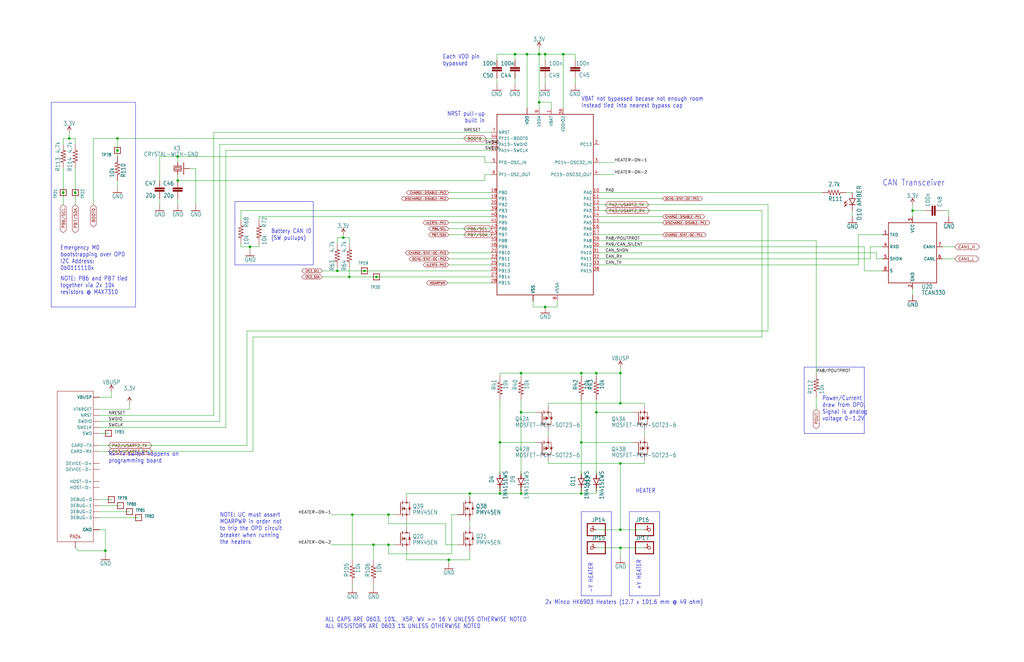
<source format=kicad_sch>
(kicad_sch (version 20230121) (generator eeschema)
  (paper "USLedger")
  (title_block (title "OreSat Battery Card - Microcontroller") (date "2023-12-02") (rev "3.1"))
  (junction (at 147.32 116.84))
  (junction (at 189.23 236.22))
  (junction (at 31.75 81.28))
  (junction (at 251.46 157.48))
  (junction (at 44.45 232.41))
  (junction (at 210.82 208.28))
  (junction (at 163.83 217.17))
  (junction (at 261.62 195.58))
  (junction (at 210.82 186.69))
  (junction (at 384.81 88.9))
  (junction (at 219.71 157.48))
  (junction (at 261.62 170.18))
  (junction (at 74.93 76.2))
  (junction (at 26.67 81.28))
  (junction (at 158.75 116.84))
  (junction (at 74.93 66.04))
  (junction (at 198.12 208.28))
  (junction (at 229.87 129.54))
  (junction (at 157.48 229.87))
  (junction (at 245.11 208.28))
  (junction (at 222.25 22.86))
  (junction (at 105.41 104.14))
  (junction (at 261.62 157.48))
  (junction (at 148.59 217.17))
  (junction (at 217.17 22.86))
  (junction (at 229.87 22.86))
  (junction (at 29.21 58.42))
  (junction (at 144.78 100.33))
  (junction (at 49.53 58.42))
  (junction (at 237.49 22.86))
  (junction (at 227.33 43.18))
  (junction (at 245.11 157.48))
  (junction (at 261.62 231.14))
  (junction (at 49.53 63.5))
  (junction (at 251.46 173.99))
  (junction (at 219.71 208.28))
  (junction (at 153.67 114.3))
  (junction (at 142.24 114.3))
  (junction (at 163.83 229.87))
  (junction (at 227.33 22.86))
  (junction (at 219.71 173.99))
  (junction (at 261.62 223.52))
  (junction (at 245.11 186.69))
  (wire (pts (xy 198.12 236.22) (xy 189.23 236.22)) (stroke (width 0.1524)))
  (wire (pts (xy 46.99 167.64) (xy 46.99 165.1)) (stroke (width 0.1524)))
  (wire (pts (xy 204.47 66.04) (xy 74.93 66.04)) (stroke (width 0.1524)))
  (wire (pts (xy 101.6 88.9) (xy 101.6 92.71)) (stroke (width 0.1524)))
  (wire (pts (xy 323.85 86.36) (xy 323.85 139.7)) (stroke (width 0.1524)))
  (wire (pts (xy 142.24 113.03) (xy 142.24 114.3)) (stroke (width 0.1524)))
  (wire (pts (xy 252.73 83.82) (xy 279.4 83.82)) (stroke (width 0.1524)))
  (wire (pts (xy 74.93 76.2) (xy 74.93 73.66)) (stroke (width 0.1524)))
  (wire (pts (xy 207.01 109.22) (xy 189.23 109.22)) (stroke (width 0.1524)))
  (wire (pts (xy 245.11 168.91) (xy 245.11 186.69)) (stroke (width 0.1524)))
  (wire (pts (xy 219.71 157.48) (xy 245.11 157.48)) (stroke (width 0.1524)))
  (wire (pts (xy 153.67 114.3) (xy 142.24 114.3)) (stroke (width 0.1524)))
  (wire (pts (xy 219.71 205.74) (xy 219.71 208.28)) (stroke (width 0.1524)))
  (wire (pts (xy 198.12 209.55) (xy 198.12 208.28)) (stroke (width 0.1524)))
  (wire (pts (xy 26.67 58.42) (xy 29.21 58.42)) (stroke (width 0.1524)))
  (wire (pts (xy 163.83 220.98) (xy 163.83 217.17)) (stroke (width 0.1524)))
  (wire (pts (xy 171.45 236.22) (xy 171.45 232.41)) (stroke (width 0.1524)))
  (wire (pts (xy 148.59 247.65) (xy 148.59 246.38)) (stroke (width 0.1524)))
  (wire (pts (xy 92.71 177.8) (xy 92.71 60.96)) (stroke (width 0.1524)))
  (wire (pts (xy 41.91 172.72) (xy 54.61 172.72)) (stroke (width 0.1524)))
  (polyline (pts (xy 132.08 111.76) (xy 99.06 111.76)) (stroke (width 0.1524) (type solid)))
  (wire (pts (xy 67.31 76.2) (xy 67.31 66.04)) (stroke (width 0.1524)))
  (wire (pts (xy 361.95 99.06) (xy 361.95 111.76)) (stroke (width 0.1524)))
  (wire (pts (xy 251.46 157.48) (xy 261.62 157.48)) (stroke (width 0.1524)))
  (polyline (pts (xy 57.15 43.18) (xy 21.59 43.18)) (stroke (width 0.1524) (type solid)))
  (wire (pts (xy 229.87 33.02) (xy 229.87 35.56)) (stroke (width 0.1524)))
  (wire (pts (xy 163.83 229.87) (xy 157.48 229.87)) (stroke (width 0.1524)))
  (wire (pts (xy 148.59 217.17) (xy 163.83 217.17)) (stroke (width 0.1524)))
  (wire (pts (xy 207.01 99.06) (xy 189.23 99.06)) (stroke (width 0.1524)))
  (wire (pts (xy 207.01 114.3) (xy 153.67 114.3)) (stroke (width 0.1524)))
  (wire (pts (xy 148.59 217.17) (xy 139.7 217.17)) (stroke (width 0.1524)))
  (wire (pts (xy 271.78 184.15) (xy 271.78 181.61)) (stroke (width 0.1524)))
  (wire (pts (xy 104.14 187.96) (xy 41.91 187.96)) (stroke (width 0.1524)))
  (wire (pts (xy 105.41 105.41) (xy 105.41 104.14)) (stroke (width 0.1524)))
  (wire (pts (xy 251.46 173.99) (xy 251.46 168.91)) (stroke (width 0.1524)))
  (wire (pts (xy 204.47 73.66) (xy 204.47 76.2)) (stroke (width 0.1524)))
  (wire (pts (xy 109.22 92.71) (xy 109.22 91.44)) (stroke (width 0.1524)))
  (wire (pts (xy 144.78 100.33) (xy 147.32 100.33)) (stroke (width 0.1524)))
  (polyline (pts (xy 132.08 85.09) (xy 132.08 111.76)) (stroke (width 0.1524) (type solid)))
  (wire (pts (xy 323.85 139.7) (xy 104.14 139.7)) (stroke (width 0.1524)))
  (wire (pts (xy 261.62 223.52) (xy 271.78 223.52)) (stroke (width 0.1524)))
  (wire (pts (xy 58.42 218.44) (xy 41.91 218.44)) (stroke (width 0.1524)))
  (wire (pts (xy 190.5 217.17) (xy 190.5 233.68)) (stroke (width 0.1524)))
  (wire (pts (xy 359.41 88.9) (xy 359.41 91.44)) (stroke (width 0.1524)))
  (wire (pts (xy 384.81 88.9) (xy 384.81 86.36)) (stroke (width 0.1524)))
  (wire (pts (xy 210.82 208.28) (xy 219.71 208.28)) (stroke (width 0.1524)))
  (polyline (pts (xy 265.43 251.46) (xy 278.13 251.46)) (stroke (width 0.1524) (type solid)))
  (wire (pts (xy 31.75 231.14) (xy 33.02 232.41)) (stroke (width 0.1524)))
  (wire (pts (xy 67.31 86.36) (xy 67.31 83.82)) (stroke (width 0.1524)))
  (polyline (pts (xy 364.49 182.88) (xy 364.49 154.94)) (stroke (width 0.1524) (type solid)))
  (wire (pts (xy 219.71 173.99) (xy 219.71 168.91)) (stroke (width 0.1524)))
  (wire (pts (xy 232.41 43.18) (xy 227.33 43.18)) (stroke (width 0.1524)))
  (wire (pts (xy 384.81 91.44) (xy 384.81 88.9)) (stroke (width 0.1524)))
  (wire (pts (xy 158.75 116.84) (xy 147.32 116.84)) (stroke (width 0.1524)))
  (wire (pts (xy 33.02 232.41) (xy 44.45 232.41)) (stroke (width 0.1524)))
  (wire (pts (xy 31.75 58.42) (xy 31.75 60.96)) (stroke (width 0.1524)))
  (wire (pts (xy 157.48 247.65) (xy 157.48 246.38)) (stroke (width 0.1524)))
  (wire (pts (xy 271.78 195.58) (xy 271.78 194.31)) (stroke (width 0.1524)))
  (wire (pts (xy 384.81 88.9) (xy 389.89 88.9)) (stroke (width 0.1524)))
  (wire (pts (xy 344.17 101.6) (xy 252.73 101.6)) (stroke (width 0.1524)))
  (wire (pts (xy 207.01 111.76) (xy 189.23 111.76)) (stroke (width 0.1524)))
  (wire (pts (xy 188.722 119.38) (xy 207.01 119.38)) (stroke (width 0.1524)))
  (wire (pts (xy 372.11 99.06) (xy 361.95 99.06)) (stroke (width 0.1524)))
  (wire (pts (xy 209.55 22.86) (xy 217.17 22.86)) (stroke (width 0.1524)))
  (wire (pts (xy 49.53 66.04) (xy 49.53 63.5)) (stroke (width 0.1524)))
  (wire (pts (xy 163.83 233.68) (xy 163.83 229.87)) (stroke (width 0.1524)))
  (wire (pts (xy 344.17 157.48) (xy 344.17 101.6)) (stroke (width 0.1524)))
  (wire (pts (xy 207.01 106.68) (xy 189.23 106.68)) (stroke (width 0.1524)))
  (wire (pts (xy 229.87 129.54) (xy 224.79 129.54)) (stroke (width 0.1524)))
  (wire (pts (xy 207.01 81.28) (xy 189.23 81.28)) (stroke (width 0.1524)))
  (polyline (pts (xy 257.81 251.46) (xy 257.81 215.9)) (stroke (width 0.1524) (type solid)))
  (wire (pts (xy 251.46 158.75) (xy 251.46 157.48)) (stroke (width 0.1524)))
  (wire (pts (xy 109.22 104.14) (xy 109.22 102.87)) (stroke (width 0.1524)))
  (wire (pts (xy 242.57 35.56) (xy 242.57 33.02)) (stroke (width 0.1524)))
  (wire (pts (xy 207.01 73.66) (xy 204.47 73.66)) (stroke (width 0.1524)))
  (wire (pts (xy 252.73 91.44) (xy 279.4 91.44)) (stroke (width 0.1524)))
  (wire (pts (xy 261.62 234.95) (xy 261.62 231.14)) (stroke (width 0.1524)))
  (wire (pts (xy 245.11 186.69) (xy 266.7 186.69)) (stroke (width 0.1524)))
  (wire (pts (xy 147.32 100.33) (xy 147.32 102.87)) (stroke (width 0.1524)))
  (polyline (pts (xy 257.81 215.9) (xy 245.11 215.9)) (stroke (width 0.1524) (type solid)))
  (polyline (pts (xy 278.13 215.9) (xy 265.43 215.9)) (stroke (width 0.1524) (type solid)))
  (wire (pts (xy 222.25 45.72) (xy 222.25 22.86)) (stroke (width 0.1524)))
  (wire (pts (xy 210.82 157.48) (xy 210.82 158.75)) (stroke (width 0.1524)))
  (wire (pts (xy 163.83 233.68) (xy 190.5 233.68)) (stroke (width 0.1524)))
  (wire (pts (xy 41.91 167.64) (xy 46.99 167.64)) (stroke (width 0.1524)))
  (wire (pts (xy 101.6 102.87) (xy 101.6 104.14)) (stroke (width 0.1524)))
  (wire (pts (xy 229.87 22.86) (xy 227.33 22.86)) (stroke (width 0.1524)))
  (wire (pts (xy 400.05 88.9) (xy 400.05 91.44)) (stroke (width 0.1524)))
  (wire (pts (xy 92.71 177.8) (xy 41.91 177.8)) (stroke (width 0.1524)))
  (wire (pts (xy 384.81 124.46) (xy 384.81 121.92)) (stroke (width 0.1524)))
  (polyline (pts (xy 278.13 251.46) (xy 278.13 215.9)) (stroke (width 0.1524) (type solid)))
  (wire (pts (xy 109.22 91.44) (xy 207.01 91.44)) (stroke (width 0.1524)))
  (wire (pts (xy 31.75 86.36) (xy 31.75 81.28)) (stroke (width 0.1524)))
  (wire (pts (xy 44.45 223.52) (xy 44.45 232.41)) (stroke (width 0.1524)))
  (wire (pts (xy 207.01 116.84) (xy 158.75 116.84)) (stroke (width 0.1524)))
  (wire (pts (xy 251.46 223.52) (xy 261.62 223.52)) (stroke (width 0.1524)))
  (wire (pts (xy 189.23 237.49) (xy 189.23 236.22)) (stroke (width 0.1524)))
  (wire (pts (xy 242.57 22.86) (xy 242.57 25.4)) (stroke (width 0.1524)))
  (wire (pts (xy 397.51 88.9) (xy 400.05 88.9)) (stroke (width 0.1524)))
  (wire (pts (xy 356.87 81.28) (xy 359.41 81.28)) (stroke (width 0.1524)))
  (wire (pts (xy 252.73 88.9) (xy 321.31 88.9)) (stroke (width 0.1524)))
  (wire (pts (xy 229.87 129.54) (xy 234.95 129.54)) (stroke (width 0.1524)))
  (wire (pts (xy 209.55 33.02) (xy 209.55 35.56)) (stroke (width 0.1524)))
  (wire (pts (xy 226.06 186.69) (xy 210.82 186.69)) (stroke (width 0.1524)))
  (wire (pts (xy 92.71 60.96) (xy 207.01 60.96)) (stroke (width 0.1524)))
  (wire (pts (xy 261.62 170.18) (xy 261.62 157.48)) (stroke (width 0.1524)))
  (wire (pts (xy 245.11 200.66) (xy 245.11 186.69)) (stroke (width 0.1524)))
  (wire (pts (xy 45.72 182.88) (xy 41.91 182.88)) (stroke (width 0.1524)))
  (wire (pts (xy 95.25 180.34) (xy 41.91 180.34)) (stroke (width 0.1524)))
  (wire (pts (xy 367.03 104.14) (xy 367.03 109.22)) (stroke (width 0.1524)))
  (wire (pts (xy 193.04 217.17) (xy 190.5 217.17)) (stroke (width 0.1524)))
  (polyline (pts (xy 339.09 154.94) (xy 339.09 182.88)) (stroke (width 0.1524) (type solid)))
  (polyline (pts (xy 245.11 251.46) (xy 257.81 251.46)) (stroke (width 0.1524) (type solid)))
  (wire (pts (xy 54.61 172.72) (xy 54.61 170.18)) (stroke (width 0.1524)))
  (wire (pts (xy 321.31 88.9) (xy 321.31 142.24)) (stroke (width 0.1524)))
  (wire (pts (xy 231.14 171.45) (xy 231.14 170.18)) (stroke (width 0.1524)))
  (wire (pts (xy 189.23 236.22) (xy 171.45 236.22)) (stroke (width 0.1524)))
  (wire (pts (xy 252.73 81.28) (xy 346.71 81.28)) (stroke (width 0.1524)))
  (wire (pts (xy 171.45 208.28) (xy 198.12 208.28)) (stroke (width 0.1524)))
  (wire (pts (xy 231.14 170.18) (xy 261.62 170.18)) (stroke (width 0.1524)))
  (wire (pts (xy 163.83 220.98) (xy 187.96 220.98)) (stroke (width 0.1524)))
  (wire (pts (xy 44.45 232.41) (xy 44.45 233.68)) (stroke (width 0.1524)))
  (wire (pts (xy 252.73 99.06) (xy 279.4 99.06)) (stroke (width 0.1524)))
  (wire (pts (xy 198.12 232.41) (xy 198.12 236.22)) (stroke (width 0.1524)))
  (wire (pts (xy 49.53 63.5) (xy 49.53 58.42)) (stroke (width 0.1524)))
  (wire (pts (xy 209.55 25.4) (xy 209.55 22.86)) (stroke (width 0.1524)))
  (wire (pts (xy 29.21 58.42) (xy 31.75 58.42)) (stroke (width 0.1524)))
  (wire (pts (xy 252.73 111.76) (xy 361.95 111.76)) (stroke (width 0.1524)))
  (wire (pts (xy 74.93 66.04) (xy 74.93 68.58)) (stroke (width 0.1524)))
  (wire (pts (xy 226.06 173.99) (xy 219.71 173.99)) (stroke (width 0.1524)))
  (wire (pts (xy 67.31 66.04) (xy 74.93 66.04)) (stroke (width 0.1524)))
  (wire (pts (xy 369.57 106.68) (xy 252.73 106.68)) (stroke (width 0.1524)))
  (wire (pts (xy 41.91 215.9) (xy 54.61 215.9)) (stroke (width 0.1524)))
  (wire (pts (xy 252.73 93.98) (xy 279.4 93.98)) (stroke (width 0.1524)))
  (wire (pts (xy 207.01 96.52) (xy 189.23 96.52)) (stroke (width 0.1524)))
  (wire (pts (xy 166.37 217.17) (xy 163.83 217.17)) (stroke (width 0.1524)))
  (wire (pts (xy 261.62 195.58) (xy 271.78 195.58)) (stroke (width 0.1524)))
  (polyline (pts (xy 99.06 111.76) (xy 99.06 85.09)) (stroke (width 0.1524) (type solid)))
  (wire (pts (xy 144.78 99.06) (xy 144.78 100.33)) (stroke (width 0.1524)))
  (wire (pts (xy 50.8 213.36) (xy 41.91 213.36)) (stroke (width 0.1524)))
  (wire (pts (xy 252.73 68.58) (xy 259.08 68.58)) (stroke (width 0.1524)))
  (wire (pts (xy 26.67 60.96) (xy 26.67 58.42)) (stroke (width 0.1524)))
  (wire (pts (xy 95.25 63.5) (xy 207.01 63.5)) (stroke (width 0.1524)))
  (wire (pts (xy 229.87 25.4) (xy 229.87 22.86)) (stroke (width 0.1524)))
  (wire (pts (xy 204.47 76.2) (xy 74.93 76.2)) (stroke (width 0.1524)))
  (wire (pts (xy 106.68 142.24) (xy 106.68 190.5)) (stroke (width 0.1524)))
  (wire (pts (xy 49.53 58.42) (xy 39.37 58.42)) (stroke (width 0.1524)))
  (wire (pts (xy 142.24 102.87) (xy 142.24 100.33)) (stroke (width 0.1524)))
  (wire (pts (xy 49.53 76.2) (xy 49.53 78.74)) (stroke (width 0.1524)))
  (polyline (pts (xy 21.59 129.54) (xy 57.15 129.54)) (stroke (width 0.1524) (type solid)))
  (wire (pts (xy 147.32 116.84) (xy 135.89 116.84)) (stroke (width 0.1524)))
  (wire (pts (xy 397.51 104.14) (xy 402.59 104.14)) (stroke (width 0.1524)))
  (wire (pts (xy 234.95 129.54) (xy 234.95 127)) (stroke (width 0.1524)))
  (wire (pts (xy 251.46 173.99) (xy 251.46 200.66)) (stroke (width 0.1524)))
  (wire (pts (xy 90.17 55.88) (xy 90.17 175.26)) (stroke (width 0.1524)))
  (wire (pts (xy 82.55 86.36) (xy 82.55 71.12)) (stroke (width 0.1524)))
  (wire (pts (xy 198.12 219.71) (xy 198.12 222.25)) (stroke (width 0.1524)))
  (wire (pts (xy 41.91 223.52) (xy 44.45 223.52)) (stroke (width 0.1524)))
  (wire (pts (xy 104.14 139.7) (xy 104.14 187.96)) (stroke (width 0.1524)))
  (wire (pts (xy 163.83 229.87) (xy 166.37 229.87)) (stroke (width 0.1524)))
  (wire (pts (xy 251.46 231.14) (xy 261.62 231.14)) (stroke (width 0.1524)))
  (wire (pts (xy 364.49 104.14) (xy 364.49 114.3)) (stroke (width 0.1524)))
  (wire (pts (xy 147.32 113.03) (xy 147.32 116.84)) (stroke (width 0.1524)))
  (wire (pts (xy 219.71 173.99) (xy 219.71 200.66)) (stroke (width 0.1524)))
  (wire (pts (xy 210.82 186.69) (xy 210.82 200.66)) (stroke (width 0.1524)))
  (wire (pts (xy 207.01 93.98) (xy 189.23 93.98)) (stroke (width 0.1524)))
  (wire (pts (xy 74.93 86.36) (xy 74.93 83.82)) (stroke (width 0.1524)))
  (wire (pts (xy 245.11 205.74) (xy 245.11 208.28)) (stroke (width 0.1524)))
  (wire (pts (xy 237.49 22.86) (xy 229.87 22.86)) (stroke (width 0.1524)))
  (wire (pts (xy 261.62 195.58) (xy 261.62 223.52)) (stroke (width 0.1524)))
  (wire (pts (xy 367.03 109.22) (xy 252.73 109.22)) (stroke (width 0.1524)))
  (wire (pts (xy 26.67 86.36) (xy 26.67 81.28)) (stroke (width 0.1524)))
  (wire (pts (xy 245.11 157.48) (xy 251.46 157.48)) (stroke (width 0.1524)))
  (wire (pts (xy 90.17 55.88) (xy 207.01 55.88)) (stroke (width 0.1524)))
  (wire (pts (xy 210.82 205.74) (xy 210.82 208.28)) (stroke (width 0.1524)))
  (wire (pts (xy 227.33 22.86) (xy 227.33 20.32)) (stroke (width 0.1524)))
  (wire (pts (xy 105.41 104.14) (xy 109.22 104.14)) (stroke (width 0.1524)))
  (wire (pts (xy 271.78 170.18) (xy 271.78 171.45)) (stroke (width 0.1524)))
  (wire (pts (xy 252.73 104.14) (xy 364.49 104.14)) (stroke (width 0.1524)))
  (wire (pts (xy 227.33 45.72) (xy 227.33 43.18)) (stroke (width 0.1524)))
  (wire (pts (xy 41.91 210.82) (xy 46.99 210.82)) (stroke (width 0.1524)))
  (wire (pts (xy 251.46 208.28) (xy 251.46 205.74)) (stroke (width 0.1524)))
  (wire (pts (xy 219.71 158.75) (xy 219.71 157.48)) (stroke (width 0.1524)))
  (wire (pts (xy 231.14 195.58) (xy 261.62 195.58)) (stroke (width 0.1524)))
  (wire (pts (xy 198.12 208.28) (xy 210.82 208.28)) (stroke (width 0.1524)))
  (wire (pts (xy 364.49 114.3) (xy 372.11 114.3)) (stroke (width 0.1524)))
  (wire (pts (xy 217.17 35.56) (xy 217.17 33.02)) (stroke (width 0.1524)))
  (wire (pts (xy 106.68 190.5) (xy 41.91 190.5)) (stroke (width 0.1524)))
  (wire (pts (xy 372.11 104.14) (xy 367.03 104.14)) (stroke (width 0.1524)))
  (wire (pts (xy 207.01 83.82) (xy 189.23 83.82)) (stroke (width 0.1524)))
  (wire (pts (xy 39.37 58.42) (xy 39.37 86.36)) (stroke (width 0.1524)))
  (wire (pts (xy 217.17 22.86) (xy 222.25 22.86)) (stroke (width 0.1524)))
  (wire (pts (xy 261.62 170.18) (xy 271.78 170.18)) (stroke (width 0.1524)))
  (wire (pts (xy 266.7 173.99) (xy 251.46 173.99)) (stroke (width 0.1524)))
  (wire (pts (xy 237.49 22.86) (xy 237.49 45.72)) (stroke (width 0.1524)))
  (wire (pts (xy 245.11 158.75) (xy 245.11 157.48)) (stroke (width 0.1524)))
  (polyline (pts (xy 57.15 129.54) (xy 57.15 43.18)) (stroke (width 0.1524) (type solid)))
  (wire (pts (xy 344.17 167.64) (xy 344.17 172.72)) (stroke (width 0.1524)))
  (wire (pts (xy 142.24 114.3) (xy 135.89 114.3)) (stroke (width 0.1524)))
  (polyline (pts (xy 245.11 215.9) (xy 245.11 251.46)) (stroke (width 0.1524) (type solid)))
  (wire (pts (xy 222.25 22.86) (xy 227.33 22.86)) (stroke (width 0.1524)))
  (wire (pts (xy 252.73 86.36) (xy 323.85 86.36)) (stroke (width 0.1524)))
  (wire (pts (xy 207.01 88.9) (xy 101.6 88.9)) (stroke (width 0.1524)))
  (wire (pts (xy 101.6 104.14) (xy 105.41 104.14)) (stroke (width 0.1524)))
  (polyline (pts (xy 99.06 85.09) (xy 132.08 85.09)) (stroke (width 0.1524) (type solid)))
  (wire (pts (xy 207.01 58.42) (xy 49.53 58.42)) (stroke (width 0.1524)))
  (polyline (pts (xy 265.43 215.9) (xy 265.43 251.46)) (stroke (width 0.1524) (type solid)))
  (wire (pts (xy 204.47 68.58) (xy 204.47 66.04)) (stroke (width 0.1524)))
  (wire (pts (xy 29.21 58.42) (xy 29.21 55.88)) (stroke (width 0.1524)))
  (wire (pts (xy 210.82 186.69) (xy 210.82 168.91)) (stroke (width 0.1524)))
  (wire (pts (xy 397.51 109.22) (xy 402.59 109.22)) (stroke (width 0.1524)))
  (wire (pts (xy 95.25 180.34) (xy 95.25 63.5)) (stroke (width 0.1524)))
  (polyline (pts (xy 339.09 182.88) (xy 364.49 182.88)) (stroke (width 0.1524) (type solid)))
  (wire (pts (xy 217.17 25.4) (xy 217.17 22.86)) (stroke (width 0.1524)))
  (wire (pts (xy 157.48 229.87) (xy 139.7 229.87)) (stroke (width 0.1524)))
  (wire (pts (xy 219.71 208.28) (xy 245.11 208.28)) (stroke (width 0.1524)))
  (wire (pts (xy 252.73 73.66) (xy 259.08 73.66)) (stroke (width 0.1524)))
  (wire (pts (xy 82.55 71.12) (xy 80.01 71.12)) (stroke (width 0.1524)))
  (wire (pts (xy 232.41 45.72) (xy 232.41 43.18)) (stroke (width 0.1524)))
  (wire (pts (xy 26.67 81.28) (xy 26.67 71.12)) (stroke (width 0.1524)))
  (wire (pts (xy 207.01 68.58) (xy 204.47 68.58)) (stroke (width 0.1524)))
  (wire (pts (xy 193.04 229.87) (xy 187.96 229.87)) (stroke (width 0.1524)))
  (wire (pts (xy 171.45 209.55) (xy 171.45 208.28)) (stroke (width 0.1524)))
  (wire (pts (xy 231.14 194.31) (xy 231.14 195.58)) (stroke (width 0.1524)))
  (wire (pts (xy 245.11 208.28) (xy 251.46 208.28)) (stroke (width 0.1524)))
  (wire (pts (xy 372.11 109.22) (xy 369.57 109.22)) (stroke (width 0.1524)))
  (wire (pts (xy 227.33 43.18) (xy 227.33 22.86)) (stroke (width 0.1524)))
  (wire (pts (xy 219.71 157.48) (xy 210.82 157.48)) (stroke (width 0.1524)))
  (wire (pts (xy 148.59 217.17) (xy 148.59 236.22)) (stroke (width 0.1524)))
  (wire (pts (xy 187.96 229.87) (xy 187.96 220.98)) (stroke (width 0.1524)))
  (wire (pts (xy 261.62 231.14) (xy 271.78 231.14)) (stroke (width 0.1524)))
  (wire (pts (xy 369.57 109.22) (xy 369.57 106.68)) (stroke (width 0.1524)))
  (wire (pts (xy 231.14 181.61) (xy 231.14 184.15)) (stroke (width 0.1524)))
  (wire (pts (xy 157.48 229.87) (xy 157.48 236.22)) (stroke (width 0.1524)))
  (wire (pts (xy 31.75 81.28) (xy 31.75 71.12)) (stroke (width 0.1524)))
  (wire (pts (xy 171.45 219.71) (xy 171.45 222.25)) (stroke (width 0.1524)))
  (wire (pts (xy 224.79 129.54) (xy 224.79 127)) (stroke (width 0.1524)))
  (wire (pts (xy 41.91 175.26) (xy 90.17 175.26)) (stroke (width 0.1524)))
  (wire (pts (xy 261.62 157.48) (xy 261.62 154.94)) (stroke (width 0.1524)))
  (wire (pts (xy 321.31 142.24) (xy 106.68 142.24)) (stroke (width 0.1524)))
  (polyline (pts (xy 364.49 154.94) (xy 339.09 154.94)) (stroke (width 0.1524) (type solid)))
  (wire (pts (xy 237.49 22.86) (xy 242.57 22.86)) (stroke (width 0.1524)))
  (polyline (pts (xy 21.59 43.18) (xy 21.59 129.54)) (stroke (width 0.1524) (type solid)))
  (wire (pts (xy 142.24 100.33) (xy 144.78 100.33)) (stroke (width 0.1524)))
  (text "HEATER" (at 267.97 208.28 0) (effects (font (size 1.778 1.5113)) (justify left bottom)))
  (text "NOTE: PB6 and PB7 tied\ntogether via 2x 10k\nresistors @ MAX7310~{}" (at 25.4 124.46 0) (effects (font (size 1.778 1.5113)) (justify left bottom)))
  (text "NOTE: UC must assert\nMOARPWR in order not\nto trip the OPD circuit\nbreaker when running\nthe heaters~{}" (at 92.71 229.87 0) (effects (font (size 1.778 1.5113)) (justify left bottom)))
  (text "CAN Transceiver" (at 372.11 78.74 0) (effects (font (size 2.54 2.159)) (justify left bottom)))
  (text "2x Minco HK6903 Heaters (12.7 x 101.6 mm @ 49 ohm)" (at 229.87 255.27 0) (effects (font (size 1.778 1.5113)) (justify left bottom)))
  (text "+Y HEATER" (at 270.51 236.22 90) (effects (font (size 1.778 1.5113)) (justify right bottom)))
  (text "Each VDD pin\nbypassed" (at 186.69 27.94 0) (effects (font (size 1.778 1.5113)) (justify left bottom)))
  (text "ALL CAPS ARE 0603, 10%,  X5R, WV >= 16 V UNLESS OTHERWISE NOTED\nALL RESISTORS ARE 0603 1% UNLESS OTHERWISE NOTED" (at 137.16 265.43 0) (effects (font (size 1.778 1.5113)) (justify left bottom)))
  (text "Battery CAN ID\n(SW pullups~{})" (at 114.3 101.6 0) (effects (font (size 1.778 1.5113)) (justify left bottom)))
  (text "-Y HEATER" (at 250.19 237.49 90) (effects (font (size 1.778 1.5113)) (justify right bottom)))
  (text "Rx-Tx switch happens on\nprogramming board" (at 45.72 195.58 0) (effects (font (size 1.778 1.5113)) (justify left bottom)))
  (text "Power/Current\ndraw from OPD.\nSignal is analog\nvoltage 0-1.2V" (at 346.71 177.8 0) (effects (font (size 1.778 1.5113)) (justify left bottom)))
  (text "NRST pull-up\nbuilt in" (at 204.47 52.07 0) (effects (font (size 1.778 1.5113)) (justify right bottom)))
  (text "VBAT not bypassed becase not enough room\ninstead tied into nearest bypass cap" (at 245.11 45.72 0) (effects (font (size 1.778 1.5113)) (justify left bottom)))
  (text "Emergency M0\nbootstrapping over OPD\nI2C Address:\n0b0111110x" (at 25.4 114.3 0) (effects (font (size 1.778 1.5113)) (justify left bottom)))
  (label "PA9/CAN_SILENT" (at 255.27 104.14 0) (effects (font (size 1.2446 1.2446))))
  (label "CAN_SHDN" (at 255.27 106.68 0) (effects (font (size 1.2446 1.2446))))
  (label "PA8/POUTPROT" (at 344.17 157.48 0) (effects (font (size 1.2446 1.2446))))
  (label "SWDIO" (at 45.72 177.8 0) (effects (font (size 1.2446 1.2446))))
  (label "CAN_RX" (at 255.27 109.22 0) (effects (font (size 1.2446 1.2446))))
  (label "NRESET" (at 195.58 55.88 0) (effects (font (size 1.2446 1.2446))))
  (label "PA0" (at 255.27 81.28 0) (effects (font (size 1.2446 1.2446))))
  (label "SWCLK" (at 204.47 63.5 0) (effects (font (size 1.2446 1.2446))))
  (label "HEATER-ON-1" (at 259.08 68.58 0) (effects (font (size 1.2446 1.2446))))
  (label "SWDIO" (at 204.47 60.96 0) (effects (font (size 1.2446 1.2446))))
  (label "SWCLK" (at 45.72 180.34 0) (effects (font (size 1.2446 1.2446))))
  (label "HEATER-ON-2" (at 259.08 73.66 0) (effects (font (size 1.2446 1.2446))))
  (label "CAN_TX" (at 255.27 111.76 0) (effects (font (size 1.2446 1.2446))))
  (label "NRESET" (at 45.72 175.26 0) (effects (font (size 1.2446 1.2446))))
  (label "HEATER-ON-2" (at 139.7 229.87 180) (effects (font (size 1.2446 1.2446))))
  (label "HEATER-ON-1" (at 139.7 217.17 180) (effects (font (size 1.2446 1.2446))))
  (label "PA8/POUTPROT" (at 255.27 101.6 0) (effects (font (size 1.2446 1.2446))))
  (global_label "PA3/USART2_RX" (shape bidirectional) (at 255.27 88.9 0) (effects (font (size 1.2446 1.2446))) (property "Intersheetrefs" "${INTERSHEET_REFS}" (effects hide)))
  (global_label "CAN1_H" (shape bidirectional) (at 402.59 104.14 0) (effects (font (size 1.2446 1.2446))) (property "Intersheetrefs" "${INTERSHEET_REFS}" (effects hide)))
  (global_label "PB7/SDA" (shape bidirectional) (at 31.75 86.36 270) (effects (font (size 1.2446 1.2446))) (property "Intersheetrefs" "${INTERSHEET_REFS}" (effects hide)))
  (global_label "DISCHARGE-DISABLE-PK1" (shape bidirectional) (at 279.4 93.98 0) (effects (font (size 0.889 0.889))) (property "Intersheetrefs" "${INTERSHEET_REFS}" (effects hide)))
  (global_label "PA3/USART2_RX" (shape bidirectional) (at 45.72 190.5 0) (effects (font (size 1.2446 1.2446))) (property "Intersheetrefs" "${INTERSHEET_REFS}" (effects hide)))
  (global_label "CHARGE-DISABLE-PK2" (shape bidirectional) (at 189.23 81.28 180) (effects (font (size 0.889 0.889))) (property "Intersheetrefs" "${INTERSHEET_REFS}" (effects hide)))
  (global_label "DCHG-STAT-OC-PK1" (shape bidirectional) (at 279.4 83.82 0) (effects (font (size 0.889 0.889))) (property "Intersheetrefs" "${INTERSHEET_REFS}" (effects hide)))
  (global_label "PB6/SCL" (shape bidirectional) (at 189.23 96.52 180) (effects (font (size 0.889 0.889))) (property "Intersheetrefs" "${INTERSHEET_REFS}" (effects hide)))
  (global_label "PA2/USART2_TX" (shape bidirectional) (at 45.72 187.96 0) (effects (font (size 1.2446 1.2446))) (property "Intersheetrefs" "${INTERSHEET_REFS}" (effects hide)))
  (global_label "CHARGE-STAT-OC-PK1" (shape bidirectional) (at 279.4 99.06 0) (effects (font (size 0.889 0.889))) (property "Intersheetrefs" "${INTERSHEET_REFS}" (effects hide)))
  (global_label "PB7/SDA" (shape bidirectional) (at 195.58 99.06 0) (effects (font (size 1.2446 1.2446))) (property "Intersheetrefs" "${INTERSHEET_REFS}" (effects hide)))
  (global_label "I2C2_SCL" (shape bidirectional) (at 135.89 114.3 180) (effects (font (size 0.889 0.889))) (property "Intersheetrefs" "${INTERSHEET_REFS}" (effects hide)))
  (global_label "BOOT0" (shape bidirectional) (at 195.58 58.42 0) (effects (font (size 1.2446 1.2446))) (property "Intersheetrefs" "${INTERSHEET_REFS}" (effects hide)))
  (global_label "I2C2_SDA" (shape bidirectional) (at 135.89 116.84 180) (effects (font (size 0.889 0.889))) (property "Intersheetrefs" "${INTERSHEET_REFS}" (effects hide)))
  (global_label "PB6/SCL" (shape bidirectional) (at 195.58 96.52 0) (effects (font (size 1.2446 1.2446))) (property "Intersheetrefs" "${INTERSHEET_REFS}" (effects hide)))
  (global_label "BOOT0" (shape bidirectional) (at 39.37 86.36 270) (effects (font (size 1.2446 1.2446))) (property "Intersheetrefs" "${INTERSHEET_REFS}" (effects hide)))
  (global_label "POUT" (shape bidirectional) (at 344.17 172.72 270) (effects (font (size 1.2446 1.2446))) (property "Intersheetrefs" "${INTERSHEET_REFS}" (effects hide)))
  (global_label "PB7/SDA" (shape bidirectional) (at 189.23 99.06 180) (effects (font (size 0.889 0.889))) (property "Intersheetrefs" "${INTERSHEET_REFS}" (effects hide)))
  (global_label "ALERTA-PK2" (shape bidirectional) (at 189.23 111.76 180) (effects (font (size 0.889 0.889))) (property "Intersheetrefs" "${INTERSHEET_REFS}" (effects hide)))
  (global_label "PA2/USART2_TX" (shape bidirectional) (at 255.27 86.36 0) (effects (font (size 1.2446 1.2446))) (property "Intersheetrefs" "${INTERSHEET_REFS}" (effects hide)))
  (global_label "PB6/SCL" (shape bidirectional) (at 26.67 86.36 270) (effects (font (size 1.2446 1.2446))) (property "Intersheetrefs" "${INTERSHEET_REFS}" (effects hide)))
  (global_label "DISCHARGE-DISABLE-PK2" (shape bidirectional) (at 189.23 83.82 180) (effects (font (size 0.889 0.889))) (property "Intersheetrefs" "${INTERSHEET_REFS}" (effects hide)))
  (global_label "CHARGE-DISABLE-PK1" (shape bidirectional) (at 279.4 91.44 0) (effects (font (size 0.889 0.889))) (property "Intersheetrefs" "${INTERSHEET_REFS}" (effects hide)))
  (global_label "MOARPWR" (shape bidirectional) (at 188.722 119.38 180) (effects (font (size 0.889 0.889))) (property "Intersheetrefs" "${INTERSHEET_REFS}" (effects hide)))
  (global_label "DCHG-STAT-OC-PK2" (shape bidirectional) (at 189.23 109.22 180) (effects (font (size 0.889 0.889))) (property "Intersheetrefs" "${INTERSHEET_REFS}" (effects hide)))
  (global_label "ALERTA-PK1" (shape bidirectional) (at 189.23 93.98 180) (effects (font (size 0.889 0.889))) (property "Intersheetrefs" "${INTERSHEET_REFS}" (effects hide)))
  (global_label "CHARGE-STAT-OC-PK2" (shape bidirectional) (at 189.23 106.68 180) (effects (font (size 0.889 0.889))) (property "Intersheetrefs" "${INTERSHEET_REFS}" (effects hide)))
  (global_label "CAN1_L" (shape bidirectional) (at 402.59 109.22 0) (effects (font (size 1.2446 1.2446))) (property "Intersheetrefs" "${INTERSHEET_REFS}" (effects hide)))
  (symbol (lib_id "oresat-batteries-eagle-import:TEST-POINT-LARGE-SQUARE") (at 31.75 81.28 0) (mirror y) (unit 1)
    (property "Reference" "TP22" (at 35.56 83.82 90) (effects (font (size 1.27 1.0795)) (justify left top)))
    (property "Value" "TEST-POINT-LARGE-SQUARE" (effects hide))
    (property "Footprint" "oresat-batteries:1X01" (effects hide))
  )
  (symbol (lib_id "oresat-batteries-eagle-import:R-US_0603-C-NOSILK") (at 147.32 107.95 90) (unit 1)
    (property "Reference" "R64" (at 146.05 114.3 0) (effects (font (size 1.778 1.5113)) (justify left bottom)))
    (property "Value" "4.7k" (at 146.05 106.68 0) (effects (font (size 1.778 1.5113)) (justify left bottom)))
    (property "Footprint" "oresat-batteries:.0603-C-NOSILK" (effects hide))
    (property "DIS" "Digi-Key" (effects hide))
    (property "DPN" "RR08P4.7KDCT-ND" (effects hide))
    (property "MFR" "TE Connectivity" (effects hide))
    (property "MPN" "RR0816P-472-D" (effects hide))
  )
  (symbol (lib_id "oresat-batteries-eagle-import:C-EU0603-C-NOSILK") (at 209.55 30.48 0) (mirror x) (unit 1)
    (property "Reference" "C50" (at 203.454 30.861 0) (effects (font (size 1.778 1.5113)) (justify left bottom)))
    (property "Value" "100n" (at 203.454 25.781 0) (effects (font (size 1.778 1.5113)) (justify left bottom)))
    (property "Footprint" "oresat-batteries:.0603-C-NOSILK" (effects hide))
    (property "DIS" "Digi-Key" (effects hide))
    (property "DPN" "399-1099-1-ND" (effects hide))
    (property "MFR" "Samsung" (effects hide))
    (property "MPN" "C0603C104M4RACTU" (effects hide))
  )
  (symbol (lib_id "oresat-batteries-eagle-import:supply1_GND") (at 44.45 236.22 0) (mirror y) (unit 1)
    (property "Reference" "#GND099" (effects hide))
    (property "Value" "GND" (at 46.99 238.76 0) (effects (font (size 1.778 1.5113)) (justify left bottom)))
  )
  (symbol (lib_id "oresat-batteries-eagle-import:DIODE-SOD323-R") (at 219.71 203.2 90) (mirror x) (unit 1)
    (property "Reference" "D9" (at 217.17 200.66 0) (effects (font (size 1.778 1.5113)) (justify left bottom)))
    (property "Value" "1N4151WS" (at 220.98 210.82 0) (effects (font (size 1.778 1.5113)) (justify right top)))
    (property "Footprint" "oresat-batteries:SOD323-R" (effects hide))
    (property "DIS" "Digi-Key" (effects hide))
    (property "DPN" "112-1N4151WS-E3-08CT-ND" (effects hide))
    (property "MFR" "Vishay" (effects hide))
    (property "MPN" "1N4151WS-E3-08" (effects hide))
  )
  (symbol (lib_id "oresat-batteries-eagle-import:C-EU0603-C-NOSILK") (at 242.57 30.48 180) (unit 1)
    (property "Reference" "C45" (at 244.094 32.639 0) (effects (font (size 1.778 1.5113)) (justify right top)))
    (property "Value" "100n" (at 248.666 25.781 0) (effects (font (size 1.778 1.5113)) (justify left bottom)))
    (property "Footprint" "oresat-batteries:.0603-C-NOSILK" (effects hide))
    (property "DIS" "Digi-Key" (effects hide))
    (property "DPN" "399-1099-1-ND" (effects hide))
    (property "MFR" "Samsung" (effects hide))
    (property "MPN" "C0603C104M4RACTU" (effects hide))
  )
  (symbol (lib_id "oresat-batteries-eagle-import:N-MOSFET-SOT-23-3") (at 195.58 227.33 0) (unit 1)
    (property "Reference" "Q21" (at 200.66 227.33 0) (effects (font (size 1.778 1.5113)) (justify left bottom)))
    (property "Value" "PMV45EN" (at 200.66 229.87 0) (effects (font (size 1.778 1.5113)) (justify left bottom)))
    (property "Footprint" "oresat-batteries:SOT23-3" (effects hide))
  )
  (symbol (lib_id "oresat-batteries-eagle-import:supply1_GND") (at 229.87 38.1 0) (unit 1)
    (property "Reference" "#GND094" (effects hide))
    (property "Value" "GND" (at 227.33 40.64 0) (effects (font (size 1.778 1.5113)) (justify left bottom)))
  )
  (symbol (lib_id "oresat-batteries-eagle-import:3.3V") (at 384.81 86.36 0) (mirror y) (unit 1)
    (property "Reference" "#SUPPLY012" (effects hide))
    (property "Value" "3.3V" (at 384.81 83.566 0) (effects (font (size 1.778 1.5113)) (justify bottom)))
  )
  (symbol (lib_id "oresat-batteries-eagle-import:TEST-POINT-LARGE-SQUARE") (at 26.67 81.28 0) (mirror y) (unit 1)
    (property "Reference" "TP21" (at 24.13 83.82 90) (effects (font (size 1.27 1.0795)) (justify left top)))
    (property "Value" "TEST-POINT-LARGE-SQUARE" (effects hide))
    (property "Footprint" "oresat-batteries:1X01" (effects hide))
  )
  (symbol (lib_id "oresat-batteries-eagle-import:N-MOSFET-SOT-23-3") (at 195.58 214.63 0) (unit 1)
    (property "Reference" "Q38" (at 200.66 214.63 0) (effects (font (size 1.778 1.5113)) (justify left bottom)))
    (property "Value" "PMV45EN" (at 200.66 217.17 0) (effects (font (size 1.778 1.5113)) (justify left bottom)))
    (property "Footprint" "oresat-batteries:SOT23-3" (effects hide))
  )
  (symbol (lib_id "oresat-batteries-eagle-import:R-US_0603-C-NOSILK") (at 344.17 162.56 90) (unit 1)
    (property "Reference" "R112" (at 342.6714 166.37 0) (effects (font (size 1.778 1.5113)) (justify left bottom)))
    (property "Value" "10k" (at 347.472 166.37 0) (effects (font (size 1.778 1.5113)) (justify left bottom)))
    (property "Footprint" "oresat-batteries:.0603-C-NOSILK" (effects hide))
    (property "DIS" "Digi-Key" (effects hide))
    (property "DPN" "311-10.0KHRCT-ND" (effects hide))
    (property "MFR" "Yageo" (effects hide))
    (property "MPN" "RC0603FR-0710KL" (effects hide))
  )
  (symbol (lib_id "oresat-batteries-eagle-import:R-US_0603-C-NOSILK") (at 101.6 97.79 270) (unit 1)
    (property "Reference" "R68" (at 102.87 91.44 0) (effects (font (size 1.778 1.5113)) (justify left bottom)))
    (property "Value" "10k" (at 102.87 99.06 0) (effects (font (size 1.778 1.5113)) (justify left bottom)))
    (property "Footprint" "oresat-batteries:.0603-C-NOSILK" (effects hide))
    (property "DIS" "Digi-Key" (effects hide))
    (property "DPN" "RR08P4.7KDCT-ND" (effects hide))
    (property "MFR" "TE Connectivity" (effects hide))
    (property "MPN" "RR0816P-472-D" (effects hide))
  )
  (symbol (lib_id "oresat-batteries-eagle-import:supply1_GND") (at 229.87 132.08 0) (mirror y) (unit 1)
    (property "Reference" "#GND088" (effects hide))
    (property "Value" "GND" (at 232.41 134.62 0) (effects (font (size 1.778 1.5113)) (justify left bottom)))
  )
  (symbol (lib_id "oresat-batteries-eagle-import:3.3V") (at 144.78 99.06 0) (mirror y) (unit 1)
    (property "Reference" "#SUPPLY03" (effects hide))
    (property "Value" "3.3V" (at 144.78 96.266 0) (effects (font (size 1.778 1.5113)) (justify bottom)))
  )
  (symbol (lib_id "oresat-batteries-eagle-import:TEST-POINT-LARGE-SQUARE") (at 158.75 116.84 0) (mirror y) (unit 1)
    (property "Reference" "TP20" (at 156.21 121.92 0) (effects (font (size 1.27 1.0795)) (justify right bottom)))
    (property "Value" "TEST-POINT-LARGE-SQUARE" (effects hide))
    (property "Footprint" "oresat-batteries:1X01" (effects hide))
  )
  (symbol (lib_id "oresat-batteries-eagle-import:supply1_GND") (at 82.55 88.9 0) (mirror y) (unit 1)
    (property "Reference" "#GND089" (effects hide))
    (property "Value" "GND" (at 85.09 91.44 0) (effects (font (size 1.778 1.5113)) (justify left bottom)))
  )
  (symbol (lib_id "oresat-batteries-eagle-import:VBUSP") (at 261.62 154.94 0) (unit 1)
    (property "Reference" "#VBUSP03" (effects hide))
    (property "Value" "VBUSP" (at 261.62 152.146 0) (effects (font (size 1.778 1.5113)) (justify bottom)))
  )
  (symbol (lib_id "oresat-batteries-eagle-import:VBUSP") (at 46.99 165.1 0) (unit 1)
    (property "Reference" "#VBUSP04" (effects hide))
    (property "Value" "VBUSP" (at 46.99 162.306 0) (effects (font (size 1.778 1.5113)) (justify bottom)))
  )
  (symbol (lib_id "oresat-batteries-eagle-import:N-MOSFET-SOT-23-3") (at 168.91 214.63 0) (unit 1)
    (property "Reference" "Q39" (at 173.99 214.63 0) (effects (font (size 1.778 1.5113)) (justify left bottom)))
    (property "Value" "PMV45EN" (at 173.99 217.17 0) (effects (font (size 1.778 1.5113)) (justify left bottom)))
    (property "Footprint" "oresat-batteries:SOT23-3" (effects hide))
  )
  (symbol (lib_id "oresat-batteries-eagle-import:C-EU0603-C-NOSILK") (at 67.31 78.74 0) (mirror y) (unit 1)
    (property "Reference" "C47" (at 65.786 78.359 0) (effects (font (size 1.778 1.5113)) (justify left bottom)))
    (property "Value" "20p" (at 65.786 83.439 0) (effects (font (size 1.778 1.5113)) (justify left bottom)))
    (property "Footprint" "oresat-batteries:.0603-C-NOSILK" (effects hide))
    (property "DIS" "Digi-Key" (effects hide))
    (property "DPN" "311-1424-1-ND" (effects hide))
    (property "MFR" "Yageo" (effects hide))
    (property "MPN" "CC0603JRNPO9BN200" (effects hide))
  )
  (symbol (lib_id "oresat-batteries-eagle-import:N-MOSFET-SOT-23-3") (at 168.91 227.33 0) (unit 1)
    (property "Reference" "Q20" (at 173.99 227.33 0) (effects (font (size 1.778 1.5113)) (justify left bottom)))
    (property "Value" "PMV45EN" (at 173.99 229.87 0) (effects (font (size 1.778 1.5113)) (justify left bottom)))
    (property "Footprint" "oresat-batteries:SOT23-3" (effects hide))
  )
  (symbol (lib_id "oresat-batteries-eagle-import:supply1_GND") (at 384.81 127 0) (mirror y) (unit 1)
    (property "Reference" "#GND093" (effects hide))
    (property "Value" "GND" (at 387.35 129.54 0) (effects (font (size 1.778 1.5113)) (justify left bottom)))
  )
  (symbol (lib_id "oresat-batteries-eagle-import:supply1_GND") (at 157.48 250.19 0) (mirror y) (unit 1)
    (property "Reference" "#GND031" (effects hide))
    (property "Value" "GND" (at 160.02 252.73 0) (effects (font (size 1.778 1.5113)) (justify left bottom)))
  )
  (symbol (lib_id "oresat-batteries-eagle-import:R-US_0603-C-NOSILK") (at 251.46 163.83 90) (mirror x) (unit 1)
    (property "Reference" "R43" (at 249.9614 160.02 0) (effects (font (size 1.778 1.5113)) (justify left bottom)))
    (property "Value" "10k" (at 254.762 160.02 0) (effects (font (size 1.778 1.5113)) (justify left bottom)))
    (property "Footprint" "oresat-batteries:.0603-C-NOSILK" (effects hide))
    (property "DIS" "Digi-Key" (effects hide))
    (property "DPN" "311-10.0KHRCT-ND" (effects hide))
    (property "MFR" "Yageo" (effects hide))
    (property "MPN" "RC0603FR-0710KL" (effects hide))
  )
  (symbol (lib_id "oresat-batteries-eagle-import:TCAN330") (at 384.81 106.68 0) (unit 1)
    (property "Reference" "U20" (at 388.62 121.92 0) (effects (font (size 1.778 1.5113)) (justify left bottom)))
    (property "Value" "TCAN330" (at 388.62 124.46 0) (effects (font (size 1.778 1.5113)) (justify left bottom)))
    (property "Footprint" "oresat-batteries:SOT23-8_TI-DCN" (effects hide))
    (property "DIS" "Digi-Key" (effects hide))
    (property "DPN" "296-44211-1-ND" (effects hide))
    (property "MFR" "Texas Instruments" (effects hide))
    (property "MPN" "TCAN330GDCNT" (effects hide))
  )
  (symbol (lib_id "oresat-batteries-eagle-import:C-EU0603-C-NOSILK") (at 217.17 30.48 0) (mirror x) (unit 1)
    (property "Reference" "C44" (at 211.074 30.861 0) (effects (font (size 1.778 1.5113)) (justify left bottom)))
    (property "Value" "100n" (at 211.074 25.781 0) (effects (font (size 1.778 1.5113)) (justify left bottom)))
    (property "Footprint" "oresat-batteries:.0603-C-NOSILK" (effects hide))
    (property "DIS" "Digi-Key" (effects hide))
    (property "DPN" "399-1099-1-ND" (effects hide))
    (property "MFR" "Samsung" (effects hide))
    (property "MPN" "C0603C104M4RACTU" (effects hide))
  )
  (symbol (lib_id "oresat-batteries-eagle-import:R-US_0603-C-NOSILK") (at 219.71 163.83 90) (mirror x) (unit 1)
    (property "Reference" "R40" (at 218.2114 160.02 0) (effects (font (size 1.778 1.5113)) (justify left bottom)))
    (property "Value" "10k" (at 223.012 160.02 0) (effects (font (size 1.778 1.5113)) (justify left bottom)))
    (property "Footprint" "oresat-batteries:.0603-C-NOSILK" (effects hide))
    (property "DIS" "Digi-Key" (effects hide))
    (property "DPN" "311-10.0KHRCT-ND" (effects hide))
    (property "MFR" "Yageo" (effects hide))
    (property "MPN" "RC0603FR-0710KL" (effects hide))
  )
  (symbol (lib_id "oresat-batteries-eagle-import:Q-MOSFET-PCH-dual-SOT23-6_MOSFET-PCH-SOT23-6") (at 228.6 176.53 0) (unit 1)
    (property "Reference" "Q42" (at 217.17 177.8 0) (effects (font (size 1.778 1.5113)) (justify left bottom)))
    (property "Value" "MOSFET-PCH-SOT23-6" (at 217.17 180.34 0) (effects (font (size 1.778 1.5113)) (justify left bottom)))
    (property "Footprint" "oresat-batteries:SOT23-6" (effects hide))
  )
  (symbol (lib_id "oresat-batteries-eagle-import:R-US_0603-C-NOSILK") (at 157.48 241.3 90) (mirror x) (unit 1)
    (property "Reference" "R106" (at 155.9814 237.49 0) (effects (font (size 1.778 1.5113)) (justify left bottom)))
    (property "Value" "10k" (at 160.782 237.49 0) (effects (font (size 1.778 1.5113)) (justify left bottom)))
    (property "Footprint" "oresat-batteries:.0603-C-NOSILK" (effects hide))
    (property "DIS" "Digi-Key" (effects hide))
    (property "DPN" "311-10.0KHRCT-ND" (effects hide))
    (property "MFR" "Yageo" (effects hide))
    (property "MPN" "RC0603FR-0710KL" (effects hide))
  )
  (symbol (lib_id "oresat-batteries-eagle-import:PINHD-1X1") (at 274.32 223.52 0) (unit 1)
    (property "Reference" "JP16" (at 267.97 220.345 0) (effects (font (size 1.778 1.5113)) (justify left bottom)))
    (property "Value" "PINHD-1X1" (effects hide))
    (property "Footprint" "oresat-batteries:1X01" (effects hide))
  )
  (symbol (lib_id "oresat-batteries-eagle-import:PINHD-1X1") (at 248.92 223.52 0) (mirror y) (unit 1)
    (property "Reference" "JP14" (at 255.27 220.345 0) (effects (font (size 1.778 1.5113)) (justify left bottom)))
    (property "Value" "PINHD-1X1" (effects hide))
    (property "Footprint" "oresat-batteries:1X01" (effects hide))
  )
  (symbol (lib_id "oresat-batteries-eagle-import:supply1_GND") (at 217.17 38.1 0) (unit 1)
    (property "Reference" "#GND095" (effects hide))
    (property "Value" "GND" (at 214.63 40.64 0) (effects (font (size 1.778 1.5113)) (justify left bottom)))
  )
  (symbol (lib_id "oresat-batteries-eagle-import:3.3V") (at 227.33 20.32 0) (mirror y) (unit 1)
    (property "Reference" "#SUPPLY011" (effects hide))
    (property "Value" "3.3V" (at 227.33 17.526 0) (effects (font (size 1.778 1.5113)) (justify bottom)))
  )
  (symbol (lib_id "oresat-batteries-eagle-import:supply1_GND") (at 67.31 88.9 0) (mirror y) (unit 1)
    (property "Reference" "#GND091" (effects hide))
    (property "Value" "GND" (at 69.85 91.44 0) (effects (font (size 1.778 1.5113)) (justify left bottom)))
  )
  (symbol (lib_id "oresat-batteries-eagle-import:PINHD-1X1") (at 248.92 231.14 0) (mirror y) (unit 1)
    (property "Reference" "JP15" (at 255.27 227.965 0) (effects (font (size 1.778 1.5113)) (justify left bottom)))
    (property "Value" "PINHD-1X1" (effects hide))
    (property "Footprint" "oresat-batteries:1X01" (effects hide))
  )
  (symbol (lib_id "oresat-batteries-eagle-import:STM32F091C") (at 229.87 86.36 0) (mirror y) (unit 1)
    (property "Reference" "U21" (effects hide))
    (property "Value" "STM32F091C" (effects hide))
    (property "Footprint" "oresat-batteries:STM32F091C" (effects hide))
    (property "DIS" "Digi-Key" (effects hide))
    (property "DPN" "497-17364-ND" (effects hide))
    (property "MFR" "STMicroelectronics" (effects hide))
    (property "MPN" "STM32F091CBT6" (effects hide))
  )
  (symbol (lib_id "oresat-batteries-eagle-import:R-US_0603-C-NOSILK") (at 26.67 66.04 90) (unit 1)
    (property "Reference" "R113" (at 25.4 72.39 0) (effects (font (size 1.778 1.5113)) (justify left bottom)))
    (property "Value" "4.7k" (at 25.4 64.77 0) (effects (font (size 1.778 1.5113)) (justify left bottom)))
    (property "Footprint" "oresat-batteries:.0603-C-NOSILK" (effects hide))
    (property "DIS" "Digi-Key" (effects hide))
    (property "DPN" "RR08P4.7KDCT-ND" (effects hide))
    (property "MFR" "TE Connectivity" (effects hide))
    (property "MPN" "RR0816P-472-D" (effects hide))
  )
  (symbol (lib_id "oresat-batteries-eagle-import:R-US_0603-C-NOSILK") (at 31.75 66.04 90) (unit 1)
    (property "Reference" "R114" (at 30.48 72.39 0) (effects (font (size 1.778 1.5113)) (justify left bottom)))
    (property "Value" "4.7k" (at 30.48 64.77 0) (effects (font (size 1.778 1.5113)) (justify left bottom)))
    (property "Footprint" "oresat-batteries:.0603-C-NOSILK" (effects hide))
    (property "DIS" "Digi-Key" (effects hide))
    (property "DPN" "RR08P4.7KDCT-ND" (effects hide))
    (property "MFR" "TE Connectivity" (effects hide))
    (property "MPN" "RR0816P-472-D" (effects hide))
  )
  (symbol (lib_id "oresat-batteries-eagle-import:supply1_GND") (at 148.59 250.19 0) (mirror y) (unit 1)
    (property "Reference" "#GND032" (effects hide))
    (property "Value" "GND" (at 151.13 252.73 0) (effects (font (size 1.778 1.5113)) (justify left bottom)))
  )
  (symbol (lib_id "oresat-batteries-eagle-import:3.3V") (at 54.61 170.18 0) (mirror y) (unit 1)
    (property "Reference" "#SUPPLY013" (effects hide))
    (property "Value" "3.3V" (at 54.61 164.846 0) (effects (font (size 1.778 1.5113)) (justify bottom)))
  )
  (symbol (lib_id "oresat-batteries-eagle-import:R-US_0603-C-NOSILK") (at 245.11 163.83 90) (mirror x) (unit 1)
    (property "Reference" "R42" (at 243.6114 160.02 0) (effects (font (size 1.778 1.5113)) (justify left bottom)))
    (property "Value" "10k" (at 248.412 160.02 0) (effects (font (size 1.778 1.5113)) (justify left bottom)))
    (property "Footprint" "oresat-batteries:.0603-C-NOSILK" (effects hide))
    (property "DIS" "Digi-Key" (effects hide))
    (property "DPN" "311-10.0KHRCT-ND" (effects hide))
    (property "MFR" "Yageo" (effects hide))
    (property "MPN" "RC0603FR-0710KL" (effects hide))
  )
  (symbol (lib_id "oresat-batteries-eagle-import:TEST-POINT-LARGE-SQUARE") (at 49.53 63.5 0) (mirror y) (unit 1)
    (property "Reference" "TP78" (at 46.99 66.04 0) (effects (font (size 1.27 1.0795)) (justify left bottom)))
    (property "Value" "TEST-POINT-LARGE-SQUARE" (effects hide))
    (property "Footprint" "oresat-batteries:1X01" (effects hide))
  )
  (symbol (lib_id "oresat-batteries-eagle-import:TEST-POINT-LARGE-SQUARE") (at 46.99 210.82 0) (mirror x) (unit 1)
    (property "Reference" "TP79" (at 49.53 209.55 0) (effects (font (size 1.27 1.0795)) (justify left bottom)))
    (property "Value" "TEST-POINT-LARGE-SQUARE" (effects hide))
    (property "Footprint" "oresat-batteries:1X01" (effects hide))
  )
  (symbol (lib_id "oresat-batteries-eagle-import:LED-GREEN0603") (at 359.41 83.82 0) (unit 1)
    (property "Reference" "D10" (at 361.315 93.218 90) (effects (font (size 1.778 1.778)) (justify left top)))
    (property "Value" "AMBER" (at 361.315 87.122 90) (effects (font (size 1.778 1.778)) (justify left top)))
    (property "Footprint" "oresat-batteries:LED-0603" (effects hide))
    (property "DIS" "Digi-Key" (effects hide))
    (property "DPN" "1830-1064-1-ND" (effects hide))
    (property "MFR" "Inolux" (effects hide))
    (property "MPN" "IN-S63AT5A" (effects hide))
  )
  (symbol (lib_id "oresat-batteries-eagle-import:3.3V") (at 29.21 55.88 0) (mirror y) (unit 1)
    (property "Reference" "#SUPPLY014" (effects hide))
    (property "Value" "3.3V" (at 29.21 53.086 0) (effects (font (size 1.778 1.5113)) (justify bottom)))
  )
  (symbol (lib_id "oresat-batteries-eagle-import:supply1_GND") (at 105.41 107.95 0) (mirror y) (unit 1)
    (property "Reference" "#GND030" (effects hide))
    (property "Value" "GND" (at 107.95 110.49 0) (effects (font (size 1.778 1.5113)) (justify left bottom)))
  )
  (symbol (lib_id "oresat-batteries-eagle-import:DIODE-SOD323-R") (at 251.46 203.2 90) (mirror x) (unit 1)
    (property "Reference" "D12" (at 248.92 200.66 0) (effects (font (size 1.778 1.5113)) (justify left bottom)))
    (property "Value" "1N4151WS" (at 252.73 210.82 0) (effects (font (size 1.778 1.5113)) (justify right top)))
    (property "Footprint" "oresat-batteries:SOD323-R" (effects hide))
    (property "DIS" "Digi-Key" (effects hide))
    (property "DPN" "112-1N4151WS-E3-08CT-ND" (effects hide))
    (property "MFR" "Vishay" (effects hide))
    (property "MPN" "1N4151WS-E3-08" (effects hide))
  )
  (symbol (lib_id "oresat-batteries-eagle-import:C-EU0603-C-NOSILK") (at 394.97 88.9 270) (mirror x) (unit 1)
    (property "Reference" "C48" (at 395.351 87.376 0) (effects (font (size 1.778 1.5113)) (justify left bottom)))
    (property "Value" "100n" (at 390.271 87.376 0) (effects (font (size 1.778 1.5113)) (justify left bottom)))
    (property "Footprint" "oresat-batteries:.0603-C-NOSILK" (effects hide))
    (property "DIS" "Digi-Key" (effects hide))
    (property "DPN" "399-1099-1-ND" (effects hide))
    (property "MFR" "Samsung" (effects hide))
    (property "MPN" "C0603C104M4RACTU" (effects hide))
  )
  (symbol (lib_id "oresat-batteries-eagle-import:R-US_0603-C-NOSILK") (at 351.79 81.28 180) (unit 1)
    (property "Reference" "R111" (at 349.25 84.8614 0) (effects (font (size 1.778 1.5113)) (justify right top)))
    (property "Value" "2.7k" (at 349.25 78.74 0) (effects (font (size 1.778 1.5113)) (justify right top)))
    (property "Footprint" "oresat-batteries:.0603-C-NOSILK" (effects hide))
    (property "DIS" "Digi-Key" (effects hide))
    (property "DPN" "A129693CT-ND" (effects hide))
    (property "MFR" "TE" (effects hide))
    (property "MPN" "CRGCQ0603F2K7" (effects hide))
  )
  (symbol (lib_id "oresat-batteries-eagle-import:DIODE-SOD323-R") (at 210.82 203.2 90) (mirror x) (unit 1)
    (property "Reference" "D4" (at 208.28 200.66 0) (effects (font (size 1.778 1.5113)) (justify left bottom)))
    (property "Value" "1N4151WS" (at 212.09 210.82 0) (effects (font (size 1.778 1.5113)) (justify right top)))
    (property "Footprint" "oresat-batteries:SOD323-R" (effects hide))
    (property "DIS" "Digi-Key" (effects hide))
    (property "DPN" "112-1N4151WS-E3-08CT-ND" (effects hide))
    (property "MFR" "Vishay" (effects hide))
    (property "MPN" "1N4151WS-E3-08" (effects hide))
  )
  (symbol (lib_id "oresat-batteries-eagle-import:TEST-POINT-LARGE-SQUARE") (at 153.67 114.3 0) (mirror y) (unit 1)
    (property "Reference" "TP19" (at 151.13 111.76 0) (effects (font (size 1.27 1.0795)) (justify right bottom)))
    (property "Value" "TEST-POINT-LARGE-SQUARE" (effects hide))
    (property "Footprint" "oresat-batteries:1X01" (effects hide))
  )
  (symbol (lib_id "oresat-batteries-eagle-import:CRYSTAL-WITH-GND") (at 74.93 71.12 90) (mirror x) (unit 1)
    (property "Reference" "X3" (at 76.2 63.5 90) (effects (font (size 1.778 1.5113)) (justify left bottom)))
    (property "Value" "CRYSTAL-WITH-GND" (at 83.82 66.04 90) (effects (font (size 1.778 1.5113)) (justify left bottom)))
    (property "Footprint" "oresat-batteries:CRYSTAL_2.5X2" (effects hide))
    (property "DIS" "Digi-Key" (effects hide))
    (property "DPN" "XC2181CT-ND" (effects hide))
    (property "MFR" "ECS Inc." (effects hide))
    (property "MPN" "ECS-160-10-36Q-ES-TR" (effects hide))
  )
  (symbol (lib_id "oresat-batteries-eagle-import:TEST-POINT-LARGE-SQUARE") (at 45.72 182.88 0) (mirror x) (unit 1)
    (property "Reference" "TP83" (at 48.26 181.61 0) (effects (font (size 1.27 1.0795)) (justify left bottom)))
    (property "Value" "TEST-POINT-LARGE-SQUARE" (effects hide))
    (property "Footprint" "oresat-batteries:1X01" (effects hide))
  )
  (symbol (lib_id "oresat-batteries-eagle-import:TEST-POINT-LARGE-SQUARE") (at 54.61 215.9 0) (mirror x) (unit 1)
    (property "Reference" "TP81" (at 57.15 214.63 0) (effects (font (size 1.27 1.0795)) (justify left bottom)))
    (property "Value" "TEST-POINT-LARGE-SQUARE" (effects hide))
    (property "Footprint" "oresat-batteries:1X01" (effects hide))
  )
  (symbol (lib_id "oresat-batteries-eagle-import:supply1_GND") (at 209.55 38.1 0) (unit 1)
    (property "Reference" "#GND0100" (effects hide))
    (property "Value" "GND" (at 207.01 40.64 0) (effects (font (size 1.778 1.5113)) (justify left bottom)))
  )
  (symbol (lib_id "oresat-batteries-eagle-import:Q-MOSFET-PCH-dual-SOT23-6_MOSFET-PCH-SOT23-6") (at 228.6 189.23 0) (unit 2)
    (property "Reference" "Q42" (at 217.17 190.5 0) (effects (font (size 1.778 1.5113)) (justify left bottom)))
    (property "Value" "MOSFET-PCH-SOT23-6" (at 217.17 193.04 0) (effects (font (size 1.778 1.5113)) (justify left bottom)))
    (property "Footprint" "oresat-batteries:SOT23-6" (effects hide))
  )
  (symbol (lib_id "oresat-batteries-eagle-import:supply1_GND") (at 189.23 240.03 0) (mirror y) (unit 1)
    (property "Reference" "#GND033" (effects hide))
    (property "Value" "GND" (at 191.77 242.57 0) (effects (font (size 1.778 1.5113)) (justify left bottom)))
  )
  (symbol (lib_id "oresat-batteries-eagle-import:TEST-POINT-LARGE-SQUARE") (at 50.8 213.36 0) (mirror x) (unit 1)
    (property "Reference" "TP80" (at 53.34 212.09 0) (effects (font (size 1.27 1.0795)) (justify left bottom)))
    (property "Value" "TEST-POINT-LARGE-SQUARE" (effects hide))
    (property "Footprint" "oresat-batteries:1X01" (effects hide))
  )
  (symbol (lib_id "oresat-batteries-eagle-import:R-US_0603-C-NOSILK") (at 148.59 241.3 90) (mirror x) (unit 1)
    (property "Reference" "R105" (at 147.0914 237.49 0) (effects (font (size 1.778 1.5113)) (justify left bottom)))
    (property "Value" "10k" (at 151.892 237.49 0) (effects (font (size 1.778 1.5113)) (justify left bottom)))
    (property "Footprint" "oresat-batteries:.0603-C-NOSILK" (effects hide))
    (property "DIS" "Digi-Key" (effects hide))
    (property "DPN" "311-10.0KHRCT-ND" (effects hide))
    (property "MFR" "Yageo" (effects hide))
    (property "MPN" "RC0603FR-0710KL" (effects hide))
  )
  (symbol (lib_id "oresat-batteries-eagle-import:ORESAT-DEBUG-CONNECTOR-ALL") (at 31.75 195.58 0) (unit 1)
    (property "Reference" "J4" (effects hide))
    (property "Value" "ORESAT-DEBUG-CONNECTOR-ALL" (effects hide))
    (property "Footprint" "oresat-batteries:TE_2-1734592-0" (effects hide))
    (property "DIS" "Digi-Key" (effects hide))
    (property "DPN" "A100287CT-ND" (effects hide))
    (property "MFR" "TE" (effects hide))
    (property "MPN" "2-1734592-0" (effects hide))
  )
  (symbol (lib_id "oresat-batteries-eagle-import:supply1_GND") (at 74.93 88.9 0) (mirror y) (unit 1)
    (property "Reference" "#GND090" (effects hide))
    (property "Value" "GND" (at 77.47 91.44 0) (effects (font (size 1.778 1.5113)) (justify left bottom)))
  )
  (symbol (lib_id "oresat-batteries-eagle-import:supply1_GND") (at 400.05 93.98 0) (mirror y) (unit 1)
    (property "Reference" "#GND092" (effects hide))
    (property "Value" "GND" (at 402.59 96.52 0) (effects (font (size 1.778 1.5113)) (justify left bottom)))
  )
  (symbol (lib_id "oresat-batteries-eagle-import:C-EU0603-C-NOSILK") (at 229.87 30.48 0) (mirror x) (unit 1)
    (property "Reference" "C49" (at 231.394 30.861 0) (effects (font (size 1.778 1.5113)) (justify left bottom)))
    (property "Value" "100n" (at 231.394 25.781 0) (effects (font (size 1.778 1.5113)) (justify left bottom)))
    (property "Footprint" "oresat-batteries:.0603-C-NOSILK" (effects hide))
    (property "DIS" "Digi-Key" (effects hide))
    (property "DPN" "399-1099-1-ND" (effects hide))
    (property "MFR" "Samsung" (effects hide))
    (property "MPN" "C0603C104M4RACTU" (effects hide))
  )
  (symbol (lib_id "oresat-batteries-eagle-import:R-US_0603-C-NOSILK") (at 109.22 97.79 270) (unit 1)
    (property "Reference" "R72" (at 110.49 91.44 0) (effects (font (size 1.778 1.5113)) (justify left bottom)))
    (property "Value" "10k" (at 110.49 99.06 0) (effects (font (size 1.778 1.5113)) (justify left bottom)))
    (property "Footprint" "oresat-batteries:.0603-C-NOSILK" (effects hide))
    (property "DIS" "Digi-Key" (effects hide))
    (property "DPN" "RR08P4.7KDCT-ND" (effects hide))
    (property "MFR" "TE Connectivity" (effects hide))
    (property "MPN" "RR0816P-472-D" (effects hide))
  )
  (symbol (lib_id "oresat-batteries-eagle-import:PINHD-1X1") (at 274.32 231.14 0) (unit 1)
    (property "Reference" "JP17" (at 267.97 227.965 0) (effects (font (size 1.778 1.5113)) (justify left bottom)))
    (property "Value" "PINHD-1X1" (effects hide))
    (property "Footprint" "oresat-batteries:1X01" (effects hide))
  )
  (symbol (lib_id "oresat-batteries-eagle-import:R-US_0603-C-NOSILK") (at 210.82 163.83 90) (mirror x) (unit 1)
    (property "Reference" "R41" (at 209.3214 160.02 0) (effects (font (size 1.778 1.5113)) (justify left bottom)))
    (property "Value" "10k" (at 214.122 160.02 0) (effects (font (size 1.778 1.5113)) (justify left bottom)))
    (property "Footprint" "oresat-batteries:.0603-C-NOSILK" (effects hide))
    (property "DIS" "Digi-Key" (effects hide))
    (property "DPN" "311-10.0KHRCT-ND" (effects hide))
    (property "MFR" "Yageo" (effects hide))
    (property "MPN" "RC0603FR-0710KL" (effects hide))
  )
  (symbol (lib_id "oresat-batteries-eagle-import:R-US_0603-C-NOSILK") (at 142.24 107.95 90) (unit 1)
    (property "Reference" "R63" (at 140.97 114.3 0) (effects (font (size 1.778 1.5113)) (justify left bottom)))
    (property "Value" "4.7k" (at 140.97 106.68 0) (effects (font (size 1.778 1.5113)) (justify left bottom)))
    (property "Footprint" "oresat-batteries:.0603-C-NOSILK" (effects hide))
    (property "DIS" "Digi-Key" (effects hide))
    (property "DPN" "RR08P4.7KDCT-ND" (effects hide))
    (property "MFR" "TE Connectivity" (effects hide))
    (property "MPN" "RR0816P-472-D" (effects hide))
  )
  (symbol (lib_id "oresat-batteries-eagle-import:DIODE-SOD323-R") (at 245.11 203.2 90) (mirror x) (unit 1)
    (property "Reference" "D11" (at 242.57 200.66 0) (effects (font (size 1.778 1.5113)) (justify left bottom)))
    (property "Value" "1N4151WS" (at 246.38 210.82 0) (effects (font (size 1.778 1.5113)) (justify right top)))
    (property "Footprint" "oresat-batteries:SOD323-R" (effects hide))
    (property "DIS" "Digi-Key" (effects hide))
    (property "DPN" "112-1N4151WS-E3-08CT-ND" (effects hide))
    (property "MFR" "Vishay" (effects hide))
    (property "MPN" "1N4151WS-E3-08" (effects hide))
  )
  (symbol (lib_id "oresat-batteries-eagle-import:supply1_GND") (at 261.62 237.49 0) (mirror y) (unit 1)
    (property "Reference" "#GND04" (effects hide))
    (property "Value" "GND" (at 264.16 240.03 0) (effects (font (size 1.778 1.5113)) (justify left bottom)))
  )
  (symbol (lib_id "oresat-batteries-eagle-import:Q-MOSFET-PCH-dual-SOT23-6_MOSFET-PCH-SOT23-6") (at 269.24 189.23 0) (unit 2)
    (property "Reference" "Q43" (at 257.81 190.5 0) (effects (font (size 1.778 1.5113)) (justify left bottom)))
    (property "Value" "MOSFET-PCH-SOT23-6" (at 257.81 193.04 0) (effects (font (size 1.778 1.5113)) (justify left bottom)))
    (property "Footprint" "oresat-batteries:SOT23-6" (effects hide))
  )
  (symbol (lib_id "oresat-batteries-eagle-import:C-EU0603-C-NOSILK") (at 74.93 78.74 0) (mirror y) (unit 1)
    (property "Reference" "C46" (at 73.406 78.359 0) (effects (font (size 1.778 1.5113)) (justify left bottom)))
    (property "Value" "20p" (at 73.406 83.439 0) (effects (font (size 1.778 1.5113)) (justify left bottom)))
    (property "Footprint" "oresat-batteries:.0603-C-NOSILK" (effects hide))
    (property "DIS" "Digi-Key" (effects hide))
    (property "DPN" "311-1424-1-ND" (effects hide))
    (property "MFR" "Yageo" (effects hide))
    (property "MPN" "CC0603JRNPO9BN200" (effects hide))
  )
  (symbol (lib_id "oresat-batteries-eagle-import:supply1_GND") (at 49.53 81.28 0) (mirror y) (unit 1)
    (property "Reference" "#GND097" (effects hide))
    (property "Value" "GND" (at 52.07 83.82 0) (effects (font (size 1.778 1.5113)) (justify left bottom)))
  )
  (symbol (lib_id "oresat-batteries-eagle-import:R-US_0603-C-NOSILK") (at 49.53 71.12 270) (mirror x) (unit 1)
    (property "Reference" "R110" (at 51.0286 74.93 0) (effects (font (size 1.778 1.5113)) (justify left bottom)))
    (property "Value" "10k" (at 46.228 74.93 0) (effects (font (size 1.778 1.5113)) (justify left bottom)))
    (property "Footprint" "oresat-batteries:.0603-C-NOSILK" (effects hide))
    (property "DIS" "Digi-Key" (effects hide))
    (property "DPN" "311-10.0KHRCT-ND" (effects hide))
    (property "MFR" "Yageo" (effects hide))
    (property "MPN" "RC0603FR-0710KL" (effects hide))
  )
  (symbol (lib_id "oresat-batteries-eagle-import:supply1_GND") (at 242.57 38.1 0) (unit 1)
    (property "Reference" "#GND096" (effects hide))
    (property "Value" "GND" (at 240.03 40.64 0) (effects (font (size 1.778 1.5113)) (justify left bottom)))
  )
  (symbol (lib_id "oresat-batteries-eagle-import:supply1_GND") (at 359.41 93.98 0) (mirror y) (unit 1)
    (property "Reference" "#GND098" (effects hide))
    (property "Value" "GND" (at 361.95 96.52 0) (effects (font (size 1.778 1.5113)) (justify left bottom)))
  )
  (symbol (lib_id "oresat-batteries-eagle-import:TEST-POINT-LARGE-SQUARE") (at 58.42 218.44 0) (mirror x) (unit 1)
    (property "Reference" "TP82" (at 60.96 217.17 0) (effects (font (size 1.27 1.0795)) (justify left bottom)))
    (property "Value" "TEST-POINT-LARGE-SQUARE" (effects hide))
    (property "Footprint" "oresat-batteries:1X01" (effects hide))
  )
  (symbol (lib_id "oresat-batteries-eagle-import:Q-MOSFET-PCH-dual-SOT23-6_MOSFET-PCH-SOT23-6") (at 269.24 176.53 0) (unit 1)
    (property "Reference" "Q43" (at 257.81 177.8 0) (effects (font (size 1.778 1.5113)) (justify left bottom)))
    (property "Value" "MOSFET-PCH-SOT23-6" (at 257.81 180.34 0) (effects (font (size 1.778 1.5113)) (justify left bottom)))
    (property "Footprint" "oresat-batteries:SOT23-6" (effects hide))
  )
)
</source>
